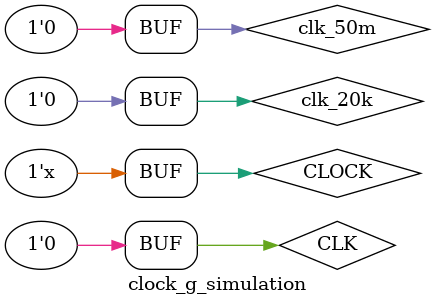
<source format=v>
`timescale 1ns / 1ps


module clock_g_simulation();
   reg CLOCK;
   reg clk_20k;
   reg clk_50m;
   Clock_G dut(CLOCK,clk_20k,clk_50m);
   initial begin
   CLK=0;
   clk_20k=0;
   clk_50m=0;
   end
   always begin
   #5 CLOCK=~CLOCK;
   end
endmodule

</source>
